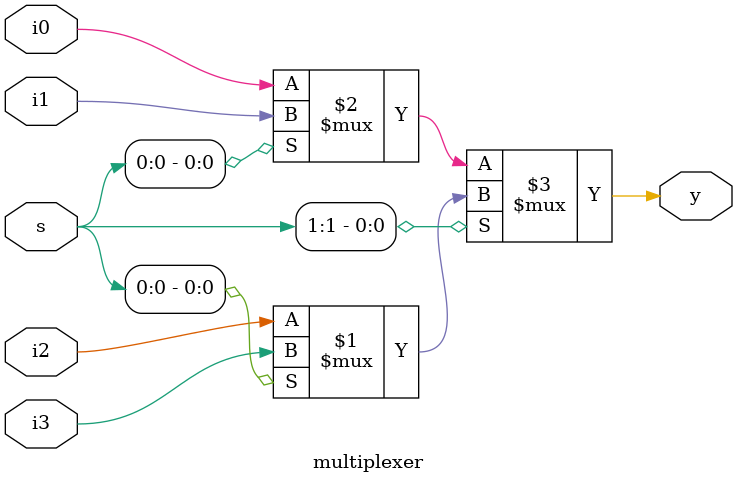
<source format=sv>
`timescale 1ns / 1ps

module multiplexer(input logic i0, i1, i2, i3,
input logic [1:0] s,
output logic y);
assign y = s[1] ? (s[0] ? i3 : i2)
: (s[0] ? i1 : i0);
endmodule
</source>
